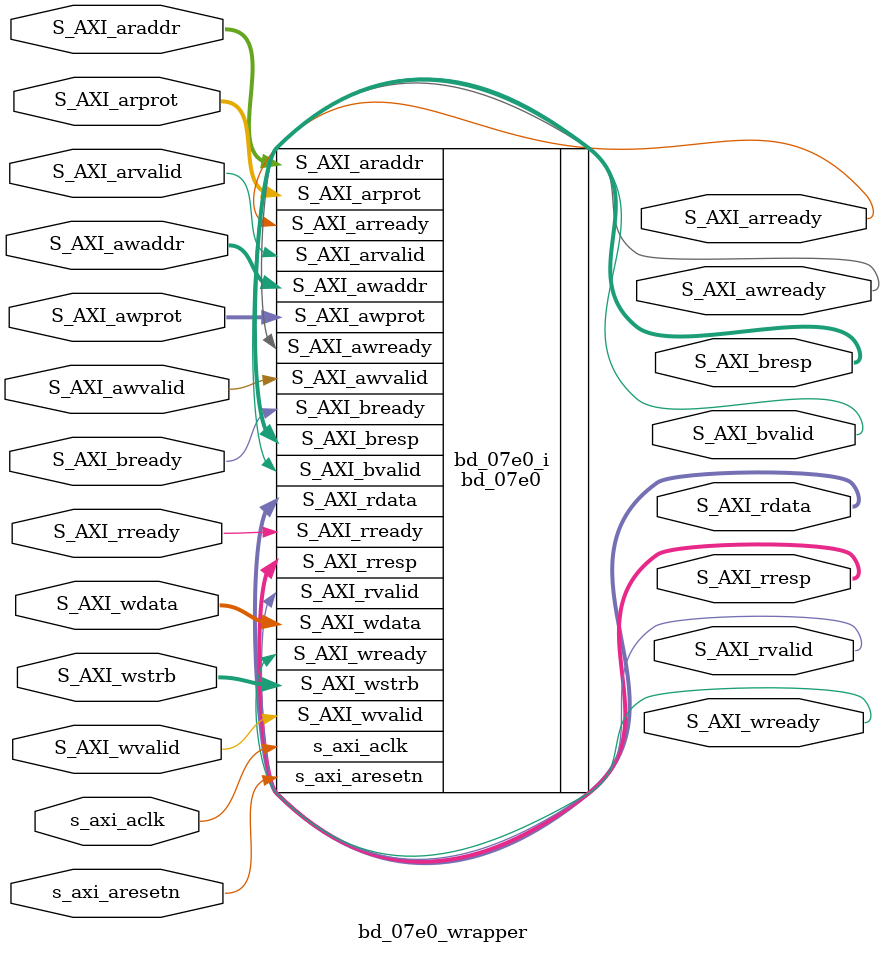
<source format=v>
`timescale 1 ps / 1 ps

module bd_07e0_wrapper
   (S_AXI_araddr,
    S_AXI_arprot,
    S_AXI_arready,
    S_AXI_arvalid,
    S_AXI_awaddr,
    S_AXI_awprot,
    S_AXI_awready,
    S_AXI_awvalid,
    S_AXI_bready,
    S_AXI_bresp,
    S_AXI_bvalid,
    S_AXI_rdata,
    S_AXI_rready,
    S_AXI_rresp,
    S_AXI_rvalid,
    S_AXI_wdata,
    S_AXI_wready,
    S_AXI_wstrb,
    S_AXI_wvalid,
    s_axi_aclk,
    s_axi_aresetn);
  input [4:0]S_AXI_araddr;
  input [2:0]S_AXI_arprot;
  output S_AXI_arready;
  input S_AXI_arvalid;
  input [4:0]S_AXI_awaddr;
  input [2:0]S_AXI_awprot;
  output S_AXI_awready;
  input S_AXI_awvalid;
  input S_AXI_bready;
  output [1:0]S_AXI_bresp;
  output S_AXI_bvalid;
  output [31:0]S_AXI_rdata;
  input S_AXI_rready;
  output [1:0]S_AXI_rresp;
  output S_AXI_rvalid;
  input [31:0]S_AXI_wdata;
  output S_AXI_wready;
  input [3:0]S_AXI_wstrb;
  input S_AXI_wvalid;
  input s_axi_aclk;
  input s_axi_aresetn;

  wire [4:0]S_AXI_araddr;
  wire [2:0]S_AXI_arprot;
  wire S_AXI_arready;
  wire S_AXI_arvalid;
  wire [4:0]S_AXI_awaddr;
  wire [2:0]S_AXI_awprot;
  wire S_AXI_awready;
  wire S_AXI_awvalid;
  wire S_AXI_bready;
  wire [1:0]S_AXI_bresp;
  wire S_AXI_bvalid;
  wire [31:0]S_AXI_rdata;
  wire S_AXI_rready;
  wire [1:0]S_AXI_rresp;
  wire S_AXI_rvalid;
  wire [31:0]S_AXI_wdata;
  wire S_AXI_wready;
  wire [3:0]S_AXI_wstrb;
  wire S_AXI_wvalid;
  wire s_axi_aclk;
  wire s_axi_aresetn;

  bd_07e0 bd_07e0_i
       (.S_AXI_araddr(S_AXI_araddr),
        .S_AXI_arprot(S_AXI_arprot),
        .S_AXI_arready(S_AXI_arready),
        .S_AXI_arvalid(S_AXI_arvalid),
        .S_AXI_awaddr(S_AXI_awaddr),
        .S_AXI_awprot(S_AXI_awprot),
        .S_AXI_awready(S_AXI_awready),
        .S_AXI_awvalid(S_AXI_awvalid),
        .S_AXI_bready(S_AXI_bready),
        .S_AXI_bresp(S_AXI_bresp),
        .S_AXI_bvalid(S_AXI_bvalid),
        .S_AXI_rdata(S_AXI_rdata),
        .S_AXI_rready(S_AXI_rready),
        .S_AXI_rresp(S_AXI_rresp),
        .S_AXI_rvalid(S_AXI_rvalid),
        .S_AXI_wdata(S_AXI_wdata),
        .S_AXI_wready(S_AXI_wready),
        .S_AXI_wstrb(S_AXI_wstrb),
        .S_AXI_wvalid(S_AXI_wvalid),
        .s_axi_aclk(s_axi_aclk),
        .s_axi_aresetn(s_axi_aresetn));
endmodule

</source>
